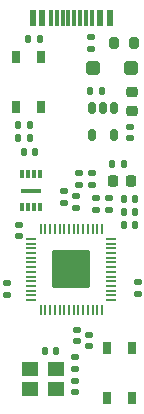
<source format=gbr>
%TF.GenerationSoftware,KiCad,Pcbnew,(6.0.1-0)*%
%TF.CreationDate,2023-04-29T18:30:50+02:00*%
%TF.ProjectId,archimedes,61726368-696d-4656-9465-732e6b696361,rev?*%
%TF.SameCoordinates,Original*%
%TF.FileFunction,Paste,Top*%
%TF.FilePolarity,Positive*%
%FSLAX46Y46*%
G04 Gerber Fmt 4.6, Leading zero omitted, Abs format (unit mm)*
G04 Created by KiCad (PCBNEW (6.0.1-0)) date 2023-04-29 18:30:50*
%MOMM*%
%LPD*%
G01*
G04 APERTURE LIST*
G04 Aperture macros list*
%AMRoundRect*
0 Rectangle with rounded corners*
0 $1 Rounding radius*
0 $2 $3 $4 $5 $6 $7 $8 $9 X,Y pos of 4 corners*
0 Add a 4 corners polygon primitive as box body*
4,1,4,$2,$3,$4,$5,$6,$7,$8,$9,$2,$3,0*
0 Add four circle primitives for the rounded corners*
1,1,$1+$1,$2,$3*
1,1,$1+$1,$4,$5*
1,1,$1+$1,$6,$7*
1,1,$1+$1,$8,$9*
0 Add four rect primitives between the rounded corners*
20,1,$1+$1,$2,$3,$4,$5,0*
20,1,$1+$1,$4,$5,$6,$7,0*
20,1,$1+$1,$6,$7,$8,$9,0*
20,1,$1+$1,$8,$9,$2,$3,0*%
G04 Aperture macros list end*
%ADD10RoundRect,0.135000X0.185000X-0.135000X0.185000X0.135000X-0.185000X0.135000X-0.185000X-0.135000X0*%
%ADD11RoundRect,0.300000X-0.300000X0.300000X-0.300000X-0.300000X0.300000X-0.300000X0.300000X0.300000X0*%
%ADD12RoundRect,0.140000X-0.140000X-0.170000X0.140000X-0.170000X0.140000X0.170000X-0.140000X0.170000X0*%
%ADD13RoundRect,0.135000X0.135000X0.185000X-0.135000X0.185000X-0.135000X-0.185000X0.135000X-0.185000X0*%
%ADD14RoundRect,0.225000X-0.250000X0.225000X-0.250000X-0.225000X0.250000X-0.225000X0.250000X0.225000X0*%
%ADD15RoundRect,0.140000X0.170000X-0.140000X0.170000X0.140000X-0.170000X0.140000X-0.170000X-0.140000X0*%
%ADD16RoundRect,0.135000X-0.185000X0.135000X-0.185000X-0.135000X0.185000X-0.135000X0.185000X0.135000X0*%
%ADD17RoundRect,0.135000X-0.135000X-0.185000X0.135000X-0.185000X0.135000X0.185000X-0.135000X0.185000X0*%
%ADD18RoundRect,0.020000X-0.367500X-0.080000X0.367500X-0.080000X0.367500X0.080000X-0.367500X0.080000X0*%
%ADD19RoundRect,0.020000X0.080000X-0.367500X0.080000X0.367500X-0.080000X0.367500X-0.080000X-0.367500X0*%
%ADD20RoundRect,0.096000X-1.504000X-1.504000X1.504000X-1.504000X1.504000X1.504000X-1.504000X1.504000X0*%
%ADD21RoundRect,0.218750X-0.218750X-0.256250X0.218750X-0.256250X0.218750X0.256250X-0.218750X0.256250X0*%
%ADD22RoundRect,0.140000X-0.170000X0.140000X-0.170000X-0.140000X0.170000X-0.140000X0.170000X0.140000X0*%
%ADD23RoundRect,0.065000X-0.260000X0.460000X-0.260000X-0.460000X0.260000X-0.460000X0.260000X0.460000X0*%
%ADD24R,1.400000X1.200000*%
%ADD25R,0.600000X1.450000*%
%ADD26R,0.300000X1.450000*%
%ADD27RoundRect,0.075000X0.075000X-0.300000X0.075000X0.300000X-0.075000X0.300000X-0.075000X-0.300000X0*%
%ADD28R,1.700000X0.300000*%
%ADD29RoundRect,0.065000X0.260000X-0.460000X0.260000X0.460000X-0.260000X0.460000X-0.260000X-0.460000X0*%
%ADD30RoundRect,0.200000X-0.200000X-0.275000X0.200000X-0.275000X0.200000X0.275000X-0.200000X0.275000X0*%
%ADD31RoundRect,0.150000X-0.150000X0.350000X-0.150000X-0.350000X0.150000X-0.350000X0.150000X0.350000X0*%
G04 APERTURE END LIST*
D10*
%TO.C,R5*%
X151175000Y-91120000D03*
X151175000Y-90100000D03*
%TD*%
D11*
%TO.C,D1*%
X152370000Y-81250000D03*
X155570000Y-81250000D03*
%TD*%
D12*
%TO.C,C5*%
X154970000Y-94500000D03*
X155930000Y-94500000D03*
%TD*%
%TO.C,C16*%
X148280000Y-105200000D03*
X149240000Y-105200000D03*
%TD*%
D13*
%TO.C,R7*%
X154932500Y-89335000D03*
X153912500Y-89335000D03*
%TD*%
D12*
%TO.C,C11*%
X154970000Y-92300000D03*
X155930000Y-92300000D03*
%TD*%
D14*
%TO.C,C1*%
X155600000Y-83300000D03*
X155600000Y-84850000D03*
%TD*%
D15*
%TO.C,C3*%
X153700000Y-93230000D03*
X153700000Y-92270000D03*
%TD*%
D10*
%TO.C,R6*%
X152225000Y-91110000D03*
X152225000Y-90090000D03*
%TD*%
D16*
%TO.C,R2*%
X152125000Y-78590000D03*
X152125000Y-79610000D03*
%TD*%
D15*
%TO.C,C14*%
X149875000Y-92630000D03*
X149875000Y-91670000D03*
%TD*%
D17*
%TO.C,R8*%
X145990000Y-87200000D03*
X147010000Y-87200000D03*
%TD*%
D18*
%TO.C,U2*%
X147112500Y-95700000D03*
X147112500Y-96100000D03*
X147112500Y-96500000D03*
X147112500Y-96900000D03*
X147112500Y-97300000D03*
X147112500Y-97700000D03*
X147112500Y-98100000D03*
X147112500Y-98500000D03*
X147112500Y-98900000D03*
X147112500Y-99300000D03*
X147112500Y-99700000D03*
X147112500Y-100100000D03*
X147112500Y-100500000D03*
X147112500Y-100900000D03*
D19*
X147900000Y-101687500D03*
X148300000Y-101687500D03*
X148700000Y-101687500D03*
X149100000Y-101687500D03*
X149500000Y-101687500D03*
X149900000Y-101687500D03*
X150300000Y-101687500D03*
X150700000Y-101687500D03*
X151100000Y-101687500D03*
X151500000Y-101687500D03*
X151900000Y-101687500D03*
X152300000Y-101687500D03*
X152700000Y-101687500D03*
X153100000Y-101687500D03*
D18*
X153887500Y-100900000D03*
X153887500Y-100500000D03*
X153887500Y-100100000D03*
X153887500Y-99700000D03*
X153887500Y-99300000D03*
X153887500Y-98900000D03*
X153887500Y-98500000D03*
X153887500Y-98100000D03*
X153887500Y-97700000D03*
X153887500Y-97300000D03*
X153887500Y-96900000D03*
X153887500Y-96500000D03*
X153887500Y-96100000D03*
X153887500Y-95700000D03*
D19*
X153100000Y-94912500D03*
X152700000Y-94912500D03*
X152300000Y-94912500D03*
X151900000Y-94912500D03*
X151500000Y-94912500D03*
X151100000Y-94912500D03*
X150700000Y-94912500D03*
X150300000Y-94912500D03*
X149900000Y-94912500D03*
X149500000Y-94912500D03*
X149100000Y-94912500D03*
X148700000Y-94912500D03*
X148300000Y-94912500D03*
X147900000Y-94912500D03*
D20*
X150500000Y-98300000D03*
%TD*%
D13*
%TO.C,R1*%
X147810000Y-78750000D03*
X146790000Y-78750000D03*
%TD*%
D21*
%TO.C,LED1*%
X153997500Y-90785000D03*
X155572500Y-90785000D03*
%TD*%
D22*
%TO.C,C15*%
X150850000Y-107720000D03*
X150850000Y-108680000D03*
%TD*%
D23*
%TO.C,SW1*%
X147925000Y-84525000D03*
X147925000Y-80275000D03*
X145775000Y-80275000D03*
X145775000Y-84525000D03*
%TD*%
D12*
%TO.C,C17*%
X146470000Y-88350000D03*
X147430000Y-88350000D03*
%TD*%
D16*
%TO.C,R4*%
X150850000Y-105740000D03*
X150850000Y-106760000D03*
%TD*%
D22*
%TO.C,C8*%
X151000000Y-103420000D03*
X151000000Y-104380000D03*
%TD*%
D24*
%TO.C,Y1*%
X149200000Y-106700000D03*
X147000000Y-106700000D03*
X147000000Y-108400000D03*
X149200000Y-108400000D03*
%TD*%
D25*
%TO.C,J1*%
X153750000Y-77045000D03*
X152950000Y-77045000D03*
D26*
X151750000Y-77045000D03*
X150750000Y-77045000D03*
X150250000Y-77045000D03*
X149250000Y-77045000D03*
D25*
X148050000Y-77045000D03*
X147250000Y-77045000D03*
X147250000Y-77045000D03*
X148050000Y-77045000D03*
D26*
X148750000Y-77045000D03*
X149750000Y-77045000D03*
X151250000Y-77045000D03*
X152250000Y-77045000D03*
D25*
X152950000Y-77045000D03*
X153750000Y-77045000D03*
%TD*%
D15*
%TO.C,C2*%
X155500000Y-87200000D03*
X155500000Y-86240000D03*
%TD*%
D27*
%TO.C,U3*%
X146350000Y-93049500D03*
X146850000Y-93049500D03*
X147350000Y-93049500D03*
X147850000Y-93049500D03*
X147850000Y-90250500D03*
X147350000Y-90250500D03*
X146850000Y-90250500D03*
X146350000Y-90250500D03*
D28*
X147100000Y-91650000D03*
%TD*%
D15*
%TO.C,C9*%
X146025000Y-95505000D03*
X146025000Y-94545000D03*
%TD*%
D29*
%TO.C,SW2*%
X153475000Y-109175000D03*
X153475000Y-104925000D03*
X155625000Y-109175000D03*
X155625000Y-104925000D03*
%TD*%
D22*
%TO.C,C6*%
X145060000Y-99480000D03*
X145060000Y-100440000D03*
%TD*%
D17*
%TO.C,R9*%
X145990000Y-86050000D03*
X147010000Y-86050000D03*
%TD*%
D22*
%TO.C,C13*%
X152000000Y-103845000D03*
X152000000Y-104805000D03*
%TD*%
%TO.C,C7*%
X156100000Y-99390000D03*
X156100000Y-100350000D03*
%TD*%
D15*
%TO.C,C12*%
X152550000Y-93230000D03*
X152550000Y-92270000D03*
%TD*%
D30*
%TO.C,F1*%
X154125000Y-79100000D03*
X155775000Y-79100000D03*
%TD*%
D31*
%TO.C,U1*%
X154150000Y-84650000D03*
X153200000Y-84650000D03*
X152250000Y-84650000D03*
X152250000Y-86950000D03*
X154150000Y-86950000D03*
%TD*%
D17*
%TO.C,FB1*%
X152040000Y-83200000D03*
X153060000Y-83200000D03*
%TD*%
D15*
%TO.C,C4*%
X150875000Y-93080000D03*
X150875000Y-92120000D03*
%TD*%
D12*
%TO.C,C10*%
X154970000Y-93400000D03*
X155930000Y-93400000D03*
%TD*%
M02*

</source>
